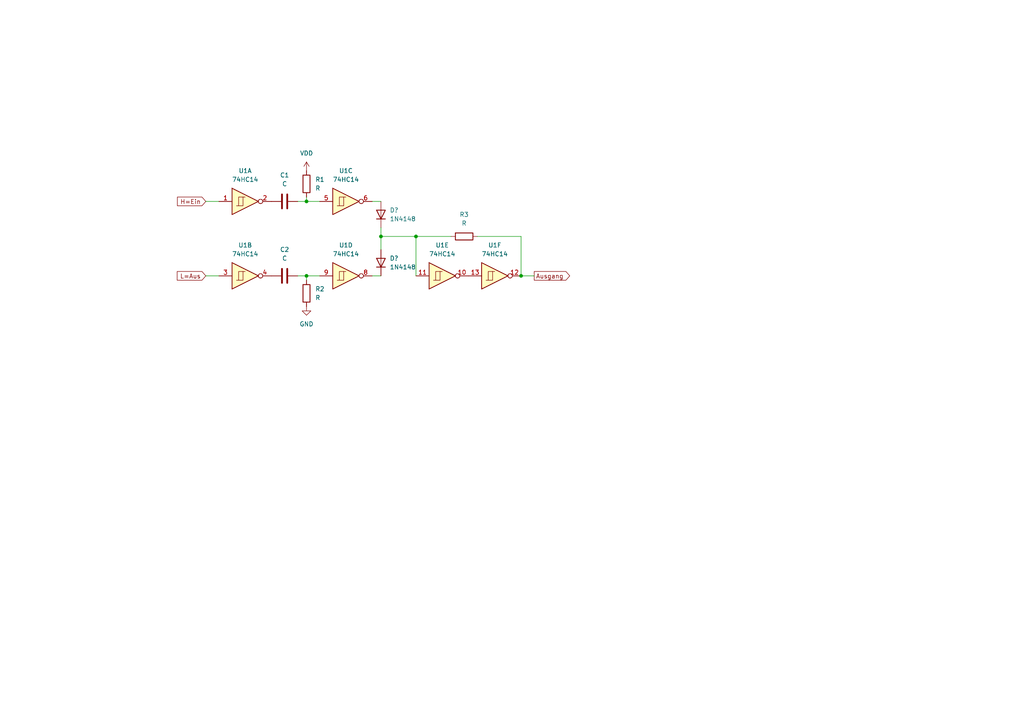
<source format=kicad_sch>
(kicad_sch (version 20211123) (generator eeschema)
  (paper "A4")
  (lib_symbols
    (symbol "74xx:74HC14" (pin_names (offset 1.016))
      (property "Reference" "U" (at 0 1.27 0))
      (property "Value" "74HC14" (at 0 -1.27 0))
      (symbol "74HC14_1_0"
        (polyline (pts (xy -3.81 3.81) (xy -3.81 -3.81) (xy 3.81 0) (xy -3.81 3.81)) (stroke (width 0.254)) (fill (type background)))
        (pin input line (at -7.62 0 0) (length 3.81) (name "~") (number "1"))
        (pin output inverted (at 7.62 0 180) (length 3.81) (name "~") (number "2"))
      )
      (symbol "74HC14_1_1"
        (polyline (pts (xy -1.905 -1.27) (xy -1.905 1.27) (xy -0.635 1.27)))
        (polyline (pts (xy -2.54 -1.27) (xy -0.635 -1.27) (xy -0.635 1.27) (xy 0 1.27)))
      )
      (symbol "74HC14_2_0"
        (polyline (pts (xy -3.81 3.81) (xy -3.81 -3.81) (xy 3.81 0) (xy -3.81 3.81)) (stroke (width 0.254)) (fill (type background)))
        (pin input line (at -7.62 0 0) (length 3.81) (name "~") (number "3"))
        (pin output inverted (at 7.62 0 180) (length 3.81) (name "~") (number "4"))
      )
      (symbol "74HC14_2_1"
        (polyline (pts (xy -1.905 -1.27) (xy -1.905 1.27) (xy -0.635 1.27)))
        (polyline (pts (xy -2.54 -1.27) (xy -0.635 -1.27) (xy -0.635 1.27) (xy 0 1.27)))
      )
      (symbol "74HC14_3_0"
        (polyline (pts (xy -3.81 3.81) (xy -3.81 -3.81) (xy 3.81 0) (xy -3.81 3.81)) (stroke (width 0.254)) (fill (type background)))
        (pin input line (at -7.62 0 0) (length 3.81) (name "~") (number "5"))
        (pin output inverted (at 7.62 0 180) (length 3.81) (name "~") (number "6"))
      )
      (symbol "74HC14_3_1"
        (polyline (pts (xy -1.905 -1.27) (xy -1.905 1.27) (xy -0.635 1.27)))
        (polyline (pts (xy -2.54 -1.27) (xy -0.635 -1.27) (xy -0.635 1.27) (xy 0 1.27)))
      )
      (symbol "74HC14_4_0"
        (polyline (pts (xy -3.81 3.81) (xy -3.81 -3.81) (xy 3.81 0) (xy -3.81 3.81)) (stroke (width 0.254)) (fill (type background)))
        (pin output inverted (at 7.62 0 180) (length 3.81) (name "~") (number "8"))
        (pin input line (at -7.62 0 0) (length 3.81) (name "~") (number "9"))
      )
      (symbol "74HC14_4_1"
        (polyline (pts (xy -1.905 -1.27) (xy -1.905 1.27) (xy -0.635 1.27)))
        (polyline (pts (xy -2.54 -1.27) (xy -0.635 -1.27) (xy -0.635 1.27) (xy 0 1.27)))
      )
      (symbol "74HC14_5_0"
        (polyline (pts (xy -3.81 3.81) (xy -3.81 -3.81) (xy 3.81 0) (xy -3.81 3.81)) (stroke (width 0.254)) (fill (type background)))
        (pin output inverted (at 7.62 0 180) (length 3.81) (name "~") (number "10"))
        (pin input line (at -7.62 0 0) (length 3.81) (name "~") (number "11"))
      )
      (symbol "74HC14_5_1"
        (polyline (pts (xy -1.905 -1.27) (xy -1.905 1.27) (xy -0.635 1.27)))
        (polyline (pts (xy -2.54 -1.27) (xy -0.635 -1.27) (xy -0.635 1.27) (xy 0 1.27)))
      )
      (symbol "74HC14_6_0"
        (polyline (pts (xy -3.81 3.81) (xy -3.81 -3.81) (xy 3.81 0) (xy -3.81 3.81)) (stroke (width 0.254)) (fill (type background)))
        (pin output inverted (at 7.62 0 180) (length 3.81) (name "~") (number "12"))
        (pin input line (at -7.62 0 0) (length 3.81) (name "~") (number "13"))
      )
      (symbol "74HC14_6_1"
        (polyline (pts (xy -1.905 -1.27) (xy -1.905 1.27) (xy -0.635 1.27)))
        (polyline (pts (xy -2.54 -1.27) (xy -0.635 -1.27) (xy -0.635 1.27) (xy 0 1.27)))
      )
      (symbol "74HC14_7_0"
        (pin power_in line (at 0 12.7 270) (length 5.08) (name "VCC") (number "14"))
        (pin power_in line (at 0 -12.7 90) (length 5.08) (name "GND") (number "7"))
      )
      (symbol "74HC14_7_1"
        (rectangle (start -5.08 7.62) (end 5.08 -7.62) (stroke (width 0.254)) (fill (type background)))
      )
    )
    (symbol "Device:C" (pin_numbers hide) (pin_names (offset 0.254))
      (property "Reference" "C" (at 0.635 2.54 0))
      (property "Value" "C" (at 0.635 -2.54 0))
      (symbol "C_0_1"
        (polyline (pts (xy -2.032 -0.762) (xy 2.032 -0.762)) (stroke (width 0.508)))
        (polyline (pts (xy -2.032 0.762) (xy 2.032 0.762)) (stroke (width 0.508)))
      )
      (symbol "C_1_1"
        (pin passive line (at 0 3.81 270) (length 2.794) (name "~") (number "1"))
        (pin passive line (at 0 -3.81 90) (length 2.794) (name "~") (number "2"))
      )
    )
    (symbol "Device:R" (pin_numbers hide) (pin_names (offset 0))
      (property "Reference" "R" (at 2.032 0 90))
      (property "Value" "R" (at 0 0 90))
      (symbol "R_0_1"
        (rectangle (start -1.016 -2.54) (end 1.016 2.54) (stroke (width 0.254)))
      )
      (symbol "R_1_1"
        (pin passive line (at 0 3.81 270) (length 1.27) (name "~") (number "1"))
        (pin passive line (at 0 -3.81 90) (length 1.27) (name "~") (number "2"))
      )
    )
    (symbol "Diode:1N4148" (pin_numbers hide) (pin_names hide)
      (property "Reference" "D" (at 0 2.54 0))
      (property "Value" "1N4148" (at 0 -2.54 0))
      (symbol "1N4148_0_1"
        (polyline (pts (xy -1.27 1.27) (xy -1.27 -1.27)) (stroke (width 0.254)))
        (polyline (pts (xy 1.27 0) (xy -1.27 0)))
        (polyline (pts (xy 1.27 1.27) (xy 1.27 -1.27) (xy -1.27 0) (xy 1.27 1.27)) (stroke (width 0.254)))
      )
      (symbol "1N4148_1_1"
        (pin passive line (at -3.81 0 0) (length 2.54) (name "K") (number "1"))
        (pin passive line (at 3.81 0 180) (length 2.54) (name "A") (number "2"))
      )
    )
    (symbol "power:GND" (power) (pin_names (offset 0))
      (property "Value" "GND" (at 0 -3.81 0))
      (symbol "GND_0_1"
        (polyline (pts (xy 0 0) (xy 0 -1.27) (xy 1.27 -1.27) (xy 0 -2.54) (xy -1.27 -1.27) (xy 0 -1.27)))
      )
      (symbol "GND_1_1"
        (pin power_in line (at 0 0 270) (length 0) hide (name "GND") (number "1"))
      )
    )
    (symbol "power:VDD" (power) (pin_names (offset 0))
      (property "Value" "VDD" (at 0 3.81 0))
      (symbol "VDD_0_1"
        (polyline (pts (xy -0.762 1.27) (xy 0 2.54)))
        (polyline (pts (xy 0 0) (xy 0 2.54)))
        (polyline (pts (xy 0 2.54) (xy 0.762 1.27)))
      )
      (symbol "VDD_1_1"
        (pin power_in line (at 0 0 90) (length 0) hide (name "VDD") (number "1"))
      )
    )
  )
  (junction (at 151.13 80.01))
  (junction (at 110.49 68.58))
  (junction (at 88.9 58.42))
  (junction (at 120.65 68.58))
  (junction (at 88.9 80.01))
  (wire (pts (xy 110.49 66.04) (xy 110.49 68.58)))
  (wire (pts (xy 86.36 80.01) (xy 88.9 80.01)))
  (wire (pts (xy 120.65 68.58) (xy 130.81 68.58)))
  (wire (pts (xy 110.49 68.58) (xy 120.65 68.58)))
  (wire (pts (xy 88.9 80.01) (xy 92.71 80.01)))
  (wire (pts (xy 59.69 80.01) (xy 63.5 80.01)))
  (wire (pts (xy 86.36 58.42) (xy 88.9 58.42)))
  (wire (pts (xy 59.69 58.42) (xy 63.5 58.42)))
  (wire (pts (xy 88.9 80.01) (xy 88.9 81.28)))
  (wire (pts (xy 138.43 68.58) (xy 151.13 68.58)))
  (wire (pts (xy 110.49 68.58) (xy 110.49 72.39)))
  (wire (pts (xy 88.9 57.15) (xy 88.9 58.42)))
  (wire (pts (xy 120.65 68.58) (xy 120.65 80.01)))
  (wire (pts (xy 88.9 58.42) (xy 92.71 58.42)))
  (wire (pts (xy 151.13 80.01) (xy 154.94 80.01)))
  (wire (pts (xy 151.13 68.58) (xy 151.13 80.01)))
  (wire (pts (xy 107.95 80.01) (xy 110.49 80.01)))
  (wire (pts (xy 107.95 58.42) (xy 110.49 58.42)))
  (global_label "L=Aus" (shape input) (at 59.69 80.01 180) (property "Referenzen zwischen Schaltplänen" "${INTERSHEET_REFS}" (effects hide)))
  (global_label "Ausgang" (shape output) (at 154.94 80.01 0) (property "Referenzen zwischen Schaltplänen" "${INTERSHEET_REFS}" (effects hide)))
  (global_label "H=Ein" (shape input) (at 59.69 58.42 180) (property "Referenzen zwischen Schaltplänen" "${INTERSHEET_REFS}" (effects hide)))
  (symbol (lib_id "Diode:1N4148") (at 110.49 76.2 90) (unit 1)
    (property "Reference" "D?" (at 113.03 74.9299 90) (effects (justify right)))
    (property "Value" "1N4148" (at 113.03 77.4699 90) (effects (justify right)))
    (property "Footprint" "Diode_THT:D_DO-35_SOD27_P7.62mm_Horizontal" (effects hide))
    (property "Datasheet" "https://assets.nexperia.com/documents/data-sheet/1N4148_1N4448.pdf" (effects hide))
  )
  (symbol (lib_id "power:VDD") (at 88.9 49.53 0) (unit 1)
    (property "Reference" "#PWR01" (effects hide))
    (property "Value" "VDD" (at 88.9 44.45 0))
  )
  (symbol (lib_id "Device:R") (at 88.9 85.09 180) (unit 1)
    (property "Reference" "R2" (at 91.44 83.8199 0) (effects (justify right)))
    (property "Value" "R" (at 91.44 86.3599 0) (effects (justify right)))
  )
  (symbol (lib_id "Device:C") (at 82.55 58.42 90) (unit 1)
    (property "Reference" "C1" (at 82.55 50.8 90))
    (property "Value" "C" (at 82.55 53.34 90))
  )
  (symbol (lib_id "74xx:74HC14") (at 128.27 80.01 0) (unit 5)
    (property "Reference" "U1" (at 128.27 71.12 0))
    (property "Value" "74HC14" (at 128.27 73.66 0))
    (property "Datasheet" "http://www.ti.com/lit/gpn/sn74HC14" (effects hide))
  )
  (symbol (lib_id "Device:R") (at 134.62 68.58 90) (unit 1)
    (property "Reference" "R3" (at 134.62 62.23 90))
    (property "Value" "R" (at 134.62 64.77 90))
  )
  (symbol (lib_id "74xx:74HC14") (at 100.33 80.01 0) (unit 4)
    (property "Reference" "U1" (at 100.33 71.12 0))
    (property "Value" "74HC14" (at 100.33 73.66 0))
    (property "Datasheet" "http://www.ti.com/lit/gpn/sn74HC14" (effects hide))
  )
  (symbol (lib_id "Device:R") (at 88.9 53.34 0) (unit 1)
    (property "Reference" "R1" (at 91.44 52.0699 0) (effects (justify left)))
    (property "Value" "R" (at 91.44 54.6099 0) (effects (justify left)))
  )
  (symbol (lib_id "Device:C") (at 82.55 80.01 90) (unit 1)
    (property "Reference" "C2" (at 82.55 72.39 90))
    (property "Value" "C" (at 82.55 74.93 90))
  )
  (symbol (lib_id "74xx:74HC14") (at 71.12 80.01 0) (unit 2)
    (property "Reference" "U1" (at 71.12 71.12 0))
    (property "Value" "74HC14" (at 71.12 73.66 0))
    (property "Datasheet" "http://www.ti.com/lit/gpn/sn74HC14" (effects hide))
  )
  (symbol (lib_id "74xx:74HC14") (at 71.12 58.42 0) (unit 1)
    (property "Reference" "U1" (at 71.12 49.53 0))
    (property "Value" "74HC14" (at 71.12 52.07 0))
    (property "Datasheet" "http://www.ti.com/lit/gpn/sn74HC14" (effects hide))
  )
  (symbol (lib_id "power:GND") (at 88.9 88.9 0) (unit 1)
    (property "Reference" "#PWR02" (effects hide))
    (property "Value" "GND" (at 88.9 93.98 0))
  )
  (symbol (lib_id "74xx:74HC14") (at 143.51 80.01 0) (unit 6)
    (property "Reference" "U1" (at 143.51 71.12 0))
    (property "Value" "74HC14" (at 143.51 73.66 0))
    (property "Datasheet" "http://www.ti.com/lit/gpn/sn74HC14" (effects hide))
  )
  (symbol (lib_id "Diode:1N4148") (at 110.49 62.23 90) (unit 1)
    (property "Reference" "D?" (at 113.03 60.9599 90) (effects (justify right)))
    (property "Value" "1N4148" (at 113.03 63.4999 90) (effects (justify right)))
    (property "Footprint" "Diode_THT:D_DO-35_SOD27_P7.62mm_Horizontal" (effects hide))
    (property "Datasheet" "https://assets.nexperia.com/documents/data-sheet/1N4148_1N4448.pdf" (effects hide))
  )
  (symbol (lib_id "74xx:74HC14") (at 100.33 58.42 0) (unit 3)
    (property "Reference" "U1" (at 100.33 49.53 0))
    (property "Value" "74HC14" (at 100.33 52.07 0))
    (property "Datasheet" "http://www.ti.com/lit/gpn/sn74HC14" (effects hide))
  )
)
</source>
